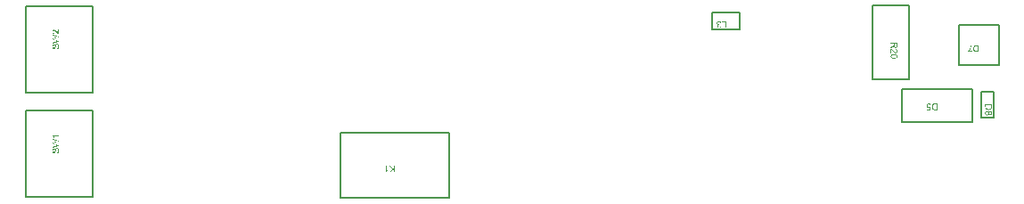
<source format=gbr>
%TF.GenerationSoftware,Altium Limited,Altium Designer,22.2.1 (43)*%
G04 Layer_Color=16711935*
%FSLAX26Y26*%
%MOIN*%
%TF.SameCoordinates,49CA406D-FE3E-4379-A0B2-47437619DC98*%
%TF.FilePolarity,Positive*%
%TF.FileFunction,Other,Top_Assembly*%
%TF.Part,Single*%
G01*
G75*
%TA.AperFunction,NonConductor*%
%ADD129C,0.007874*%
G36*
X3503359Y392372D02*
X3503628Y392334D01*
X3503974Y392295D01*
X3504358Y392257D01*
X3504780Y392180D01*
X3505663Y391950D01*
X3506585Y391604D01*
X3507046Y391374D01*
X3507506Y391105D01*
X3507967Y390836D01*
X3508390Y390491D01*
X3508428Y390452D01*
X3508466Y390414D01*
X3508581Y390299D01*
X3508735Y390145D01*
X3508889Y389953D01*
X3509081Y389723D01*
X3509273Y389454D01*
X3509503Y389147D01*
X3509925Y388417D01*
X3510348Y387534D01*
X3510655Y386535D01*
X3510770Y385959D01*
X3510847Y385383D01*
X3507583Y385153D01*
Y385191D01*
Y385268D01*
X3507545Y385383D01*
X3507506Y385537D01*
X3507391Y385959D01*
X3507238Y386497D01*
X3507046Y387073D01*
X3506738Y387649D01*
X3506393Y388225D01*
X3505932Y388724D01*
X3505855Y388763D01*
X3505702Y388916D01*
X3505433Y389070D01*
X3505049Y389300D01*
X3504588Y389492D01*
X3504050Y389684D01*
X3503436Y389838D01*
X3502783Y389876D01*
X3502553D01*
X3502399Y389838D01*
X3501977Y389799D01*
X3501439Y389684D01*
X3500863Y389454D01*
X3500210Y389185D01*
X3499596Y388763D01*
X3499289Y388532D01*
X3498981Y388225D01*
Y388187D01*
X3498905Y388148D01*
X3498751Y387918D01*
X3498482Y387534D01*
X3498213Y387035D01*
X3497945Y386382D01*
X3497676Y385614D01*
X3497522Y384731D01*
X3497445Y383732D01*
Y383694D01*
Y383617D01*
Y383463D01*
X3497484Y383310D01*
Y383079D01*
X3497522Y382811D01*
X3497637Y382196D01*
X3497791Y381543D01*
X3498060Y380852D01*
X3498444Y380161D01*
X3498943Y379547D01*
X3499020Y379470D01*
X3499212Y379316D01*
X3499519Y379047D01*
X3499980Y378779D01*
X3500517Y378510D01*
X3501209Y378241D01*
X3501977Y378087D01*
X3502822Y378011D01*
X3503090D01*
X3503359Y378049D01*
X3503743Y378087D01*
X3504166Y378203D01*
X3504626Y378318D01*
X3505087Y378510D01*
X3505548Y378740D01*
X3505586Y378779D01*
X3505740Y378855D01*
X3505970Y379009D01*
X3506239Y379201D01*
X3506508Y379470D01*
X3506815Y379777D01*
X3507122Y380123D01*
X3507391Y380507D01*
X3510309Y380084D01*
X3507852Y367143D01*
X3495334D01*
Y370100D01*
X3505394D01*
X3506777Y376897D01*
X3506738Y376859D01*
X3506662Y376820D01*
X3506546Y376743D01*
X3506393Y376628D01*
X3506162Y376513D01*
X3505932Y376398D01*
X3505318Y376091D01*
X3504626Y375783D01*
X3503820Y375553D01*
X3502937Y375361D01*
X3502015Y375284D01*
X3501708D01*
X3501477Y375323D01*
X3501170Y375361D01*
X3500863Y375399D01*
X3500479Y375476D01*
X3500095Y375553D01*
X3499212Y375860D01*
X3498751Y376014D01*
X3498290Y376244D01*
X3497791Y376513D01*
X3497330Y376820D01*
X3496869Y377166D01*
X3496447Y377588D01*
X3496409Y377627D01*
X3496332Y377703D01*
X3496217Y377819D01*
X3496102Y378011D01*
X3495910Y378241D01*
X3495718Y378510D01*
X3495526Y378817D01*
X3495295Y379163D01*
X3495065Y379585D01*
X3494873Y380007D01*
X3494681Y380507D01*
X3494489Y381006D01*
X3494374Y381582D01*
X3494258Y382158D01*
X3494182Y382811D01*
X3494143Y383463D01*
Y383502D01*
Y383617D01*
Y383809D01*
X3494182Y384039D01*
X3494220Y384347D01*
X3494258Y384692D01*
X3494297Y385076D01*
X3494374Y385499D01*
X3494642Y386420D01*
X3494988Y387380D01*
X3495218Y387918D01*
X3495487Y388417D01*
X3495794Y388916D01*
X3496140Y389377D01*
X3496178Y389415D01*
X3496255Y389492D01*
X3496409Y389646D01*
X3496601Y389838D01*
X3496831Y390068D01*
X3497138Y390337D01*
X3497484Y390606D01*
X3497906Y390875D01*
X3498329Y391182D01*
X3498828Y391451D01*
X3499404Y391719D01*
X3499980Y391950D01*
X3500633Y392142D01*
X3501285Y392295D01*
X3502015Y392372D01*
X3502783Y392411D01*
X3503129D01*
X3503359Y392372D01*
D02*
G37*
G36*
X3535001Y366759D02*
X3525324D01*
X3524671Y366798D01*
X3523980Y366836D01*
X3523212Y366913D01*
X3522482Y367028D01*
X3521868Y367143D01*
X3521829D01*
X3521753Y367182D01*
X3521676D01*
X3521522Y367259D01*
X3521100Y367374D01*
X3520601Y367566D01*
X3520025Y367796D01*
X3519410Y368103D01*
X3518796Y368487D01*
X3518182Y368948D01*
X3518143D01*
X3518105Y369025D01*
X3517836Y369255D01*
X3517490Y369639D01*
X3517068Y370139D01*
X3516569Y370753D01*
X3516070Y371483D01*
X3515609Y372327D01*
X3515186Y373287D01*
Y373326D01*
X3515148Y373403D01*
X3515110Y373556D01*
X3515033Y373748D01*
X3514956Y373979D01*
X3514879Y374286D01*
X3514764Y374631D01*
X3514687Y375015D01*
X3514610Y375438D01*
X3514495Y375899D01*
X3514341Y376897D01*
X3514226Y378011D01*
X3514188Y379239D01*
Y379278D01*
Y379355D01*
Y379508D01*
Y379739D01*
X3514226Y379969D01*
Y380276D01*
X3514265Y380967D01*
X3514341Y381735D01*
X3514495Y382619D01*
X3514649Y383502D01*
X3514879Y384347D01*
Y384385D01*
X3514918Y384462D01*
X3514956Y384577D01*
X3514994Y384731D01*
X3515148Y385115D01*
X3515340Y385652D01*
X3515570Y386228D01*
X3515878Y386843D01*
X3516223Y387457D01*
X3516607Y388033D01*
X3516646Y388110D01*
X3516799Y388263D01*
X3516991Y388532D01*
X3517298Y388878D01*
X3517606Y389223D01*
X3518028Y389607D01*
X3518450Y389991D01*
X3518911Y390337D01*
X3518950Y390375D01*
X3519142Y390452D01*
X3519410Y390606D01*
X3519756Y390798D01*
X3520178Y390990D01*
X3520677Y391182D01*
X3521253Y391374D01*
X3521906Y391566D01*
X3521983D01*
X3522213Y391643D01*
X3522559Y391681D01*
X3523058Y391758D01*
X3523634Y391835D01*
X3524325Y391911D01*
X3525093Y391950D01*
X3525938Y391988D01*
X3535001D01*
Y366759D01*
D02*
G37*
G36*
X3385651Y608289D02*
X3385612Y607982D01*
Y607675D01*
X3385574Y606907D01*
X3385497Y606100D01*
X3385344Y605255D01*
X3385190Y604449D01*
X3385075Y604065D01*
X3384960Y603719D01*
Y603681D01*
X3384921Y603643D01*
X3384844Y603412D01*
X3384652Y603105D01*
X3384384Y602721D01*
X3384076Y602260D01*
X3383654Y601799D01*
X3383155Y601339D01*
X3382540Y600916D01*
X3382464Y600878D01*
X3382233Y600763D01*
X3381888Y600571D01*
X3381427Y600379D01*
X3380851Y600187D01*
X3380198Y599995D01*
X3379507Y599879D01*
X3378739Y599841D01*
X3378700D01*
X3378624D01*
X3378470D01*
X3378278Y599879D01*
X3378048D01*
X3377779Y599918D01*
X3377164Y600071D01*
X3376435Y600263D01*
X3375705Y600571D01*
X3374937Y601031D01*
X3374553Y601300D01*
X3374208Y601607D01*
X3374131Y601684D01*
X3374054Y601799D01*
X3373900Y601915D01*
X3373785Y602107D01*
X3373593Y602337D01*
X3373440Y602606D01*
X3373248Y602913D01*
X3373056Y603259D01*
X3372864Y603681D01*
X3372672Y604103D01*
X3372480Y604603D01*
X3372288Y605102D01*
X3372134Y605678D01*
X3372019Y606292D01*
X3371904Y606945D01*
X3371865Y606868D01*
X3371788Y606715D01*
X3371673Y606484D01*
X3371520Y606215D01*
X3371097Y605563D01*
X3370867Y605217D01*
X3370636Y604948D01*
X3370560Y604871D01*
X3370406Y604679D01*
X3370099Y604411D01*
X3369715Y604065D01*
X3369216Y603643D01*
X3368640Y603182D01*
X3367987Y602683D01*
X3367257Y602183D01*
X3360422Y597806D01*
Y601991D01*
X3365644Y605332D01*
X3365683D01*
X3365760Y605409D01*
X3365875Y605486D01*
X3366028Y605563D01*
X3366412Y605831D01*
X3366912Y606177D01*
X3367488Y606561D01*
X3368064Y606983D01*
X3368601Y607367D01*
X3369100Y607751D01*
X3369139Y607790D01*
X3369292Y607905D01*
X3369523Y608097D01*
X3369792Y608289D01*
X3370329Y608865D01*
X3370598Y609134D01*
X3370790Y609441D01*
X3370828Y609479D01*
X3370867Y609556D01*
X3370944Y609710D01*
X3371059Y609902D01*
X3371289Y610363D01*
X3371481Y610939D01*
Y610977D01*
X3371520Y611054D01*
Y611207D01*
X3371558Y611399D01*
X3371596Y611668D01*
Y611975D01*
X3371635Y612359D01*
Y616660D01*
X3360422D01*
Y620001D01*
X3385651D01*
Y608289D01*
D02*
G37*
G36*
X3361113Y596270D02*
X3361420Y596231D01*
X3361766Y596193D01*
X3362150Y596078D01*
X3362534Y595963D01*
X3362572D01*
X3362611Y595924D01*
X3362841Y595847D01*
X3363148Y595694D01*
X3363609Y595463D01*
X3364108Y595195D01*
X3364684Y594811D01*
X3365260Y594427D01*
X3365875Y593927D01*
X3365913D01*
X3365952Y593851D01*
X3366182Y593659D01*
X3366528Y593351D01*
X3366988Y592891D01*
X3367526Y592315D01*
X3368179Y591623D01*
X3368908Y590779D01*
X3369715Y589857D01*
X3369753Y589819D01*
X3369868Y589665D01*
X3370022Y589473D01*
X3370291Y589204D01*
X3370560Y588859D01*
X3370905Y588475D01*
X3371635Y587630D01*
X3372518Y586708D01*
X3373401Y585787D01*
X3373824Y585326D01*
X3374246Y584942D01*
X3374668Y584596D01*
X3375052Y584289D01*
X3375091D01*
X3375129Y584212D01*
X3375244Y584135D01*
X3375398Y584059D01*
X3375782Y583828D01*
X3376281Y583559D01*
X3376857Y583291D01*
X3377472Y583060D01*
X3378163Y582907D01*
X3378816Y582830D01*
X3378854D01*
X3378892D01*
X3379123Y582868D01*
X3379468Y582907D01*
X3379891Y582983D01*
X3380390Y583175D01*
X3380889Y583406D01*
X3381427Y583713D01*
X3381926Y584174D01*
X3381964Y584251D01*
X3382118Y584404D01*
X3382310Y584711D01*
X3382579Y585095D01*
X3382809Y585595D01*
X3383001Y586171D01*
X3383155Y586862D01*
X3383193Y587630D01*
Y587860D01*
X3383155Y588014D01*
X3383116Y588398D01*
X3383040Y588897D01*
X3382848Y589473D01*
X3382617Y590087D01*
X3382272Y590663D01*
X3381811Y591201D01*
X3381734Y591239D01*
X3381580Y591393D01*
X3381273Y591623D01*
X3380851Y591854D01*
X3380313Y592123D01*
X3379699Y592315D01*
X3378969Y592468D01*
X3378124Y592545D01*
X3378470Y595732D01*
X3378508D01*
X3378624D01*
X3378816Y595694D01*
X3379046Y595655D01*
X3379353Y595579D01*
X3379699Y595540D01*
X3380467Y595310D01*
X3381350Y595003D01*
X3382233Y594580D01*
X3383116Y594004D01*
X3383500Y593697D01*
X3383884Y593313D01*
X3383923Y593275D01*
X3383961Y593198D01*
X3384076Y593083D01*
X3384192Y592929D01*
X3384307Y592699D01*
X3384499Y592430D01*
X3384652Y592123D01*
X3384844Y591777D01*
X3384998Y591393D01*
X3385190Y590971D01*
X3385344Y590471D01*
X3385459Y589972D01*
X3385689Y588820D01*
X3385728Y588206D01*
X3385766Y587553D01*
Y587207D01*
X3385728Y586939D01*
X3385689Y586631D01*
X3385651Y586286D01*
X3385612Y585902D01*
X3385497Y585479D01*
X3385267Y584558D01*
X3384921Y583598D01*
X3384691Y583099D01*
X3384422Y582638D01*
X3384076Y582215D01*
X3383731Y581793D01*
X3383692Y581755D01*
X3383654Y581716D01*
X3383539Y581601D01*
X3383385Y581447D01*
X3383155Y581294D01*
X3382924Y581102D01*
X3382348Y580718D01*
X3381619Y580334D01*
X3380774Y579988D01*
X3379814Y579719D01*
X3379276Y579681D01*
X3378739Y579643D01*
X3378662D01*
X3378470D01*
X3378163Y579681D01*
X3377779Y579719D01*
X3377318Y579796D01*
X3376819Y579911D01*
X3376281Y580065D01*
X3375744Y580295D01*
X3375667Y580334D01*
X3375475Y580411D01*
X3375206Y580564D01*
X3374822Y580795D01*
X3374361Y581063D01*
X3373824Y581409D01*
X3373286Y581870D01*
X3372672Y582369D01*
X3372595Y582446D01*
X3372364Y582638D01*
X3372019Y582983D01*
X3371788Y583214D01*
X3371520Y583483D01*
X3371212Y583790D01*
X3370867Y584174D01*
X3370521Y584558D01*
X3370099Y584980D01*
X3369676Y585441D01*
X3369216Y585979D01*
X3368755Y586516D01*
X3368217Y587131D01*
X3368179Y587169D01*
X3368102Y587246D01*
X3367987Y587399D01*
X3367833Y587591D01*
X3367449Y588052D01*
X3366950Y588628D01*
X3366412Y589204D01*
X3365875Y589819D01*
X3365414Y590318D01*
X3365222Y590510D01*
X3365030Y590702D01*
X3364992Y590740D01*
X3364876Y590817D01*
X3364723Y590971D01*
X3364492Y591163D01*
X3363993Y591585D01*
X3363379Y592007D01*
Y579604D01*
X3360422D01*
Y596308D01*
X3360460D01*
X3360614D01*
X3360844D01*
X3361113Y596270D01*
D02*
G37*
G36*
X3373977Y576263D02*
X3374400D01*
X3374899Y576225D01*
X3375436Y576187D01*
X3376588Y576071D01*
X3377779Y575918D01*
X3378969Y575726D01*
X3379507Y575572D01*
X3380044Y575419D01*
X3380083D01*
X3380160Y575380D01*
X3380313Y575303D01*
X3380505Y575227D01*
X3380736Y575150D01*
X3381004Y575035D01*
X3381619Y574727D01*
X3382310Y574343D01*
X3383001Y573883D01*
X3383654Y573345D01*
X3384268Y572692D01*
Y572654D01*
X3384345Y572615D01*
X3384422Y572500D01*
X3384499Y572347D01*
X3384729Y571963D01*
X3385036Y571425D01*
X3385305Y570772D01*
X3385536Y569966D01*
X3385689Y569083D01*
X3385766Y568084D01*
Y567739D01*
X3385728Y567355D01*
X3385651Y566894D01*
X3385574Y566356D01*
X3385420Y565742D01*
X3385190Y565127D01*
X3384921Y564551D01*
X3384883Y564475D01*
X3384768Y564283D01*
X3384576Y564014D01*
X3384345Y563630D01*
X3384000Y563246D01*
X3383577Y562823D01*
X3383116Y562401D01*
X3382579Y562017D01*
X3382502Y561979D01*
X3382310Y561863D01*
X3381964Y561671D01*
X3381542Y561441D01*
X3381004Y561211D01*
X3380352Y560942D01*
X3379622Y560673D01*
X3378816Y560443D01*
X3378777D01*
X3378700Y560404D01*
X3378585D01*
X3378393Y560366D01*
X3378201Y560289D01*
X3377932Y560251D01*
X3377587Y560212D01*
X3377241Y560135D01*
X3376819Y560097D01*
X3376396Y560059D01*
X3375897Y559982D01*
X3375360Y559943D01*
X3374784Y559905D01*
X3374208D01*
X3372864Y559867D01*
X3372825D01*
X3372672D01*
X3372441D01*
X3372134D01*
X3371750Y559905D01*
X3371328D01*
X3370828Y559943D01*
X3370291Y559982D01*
X3369139Y560097D01*
X3367948Y560251D01*
X3366758Y560481D01*
X3366220Y560635D01*
X3365683Y560788D01*
X3365644D01*
X3365568Y560827D01*
X3365414Y560865D01*
X3365222Y560942D01*
X3364992Y561057D01*
X3364761Y561172D01*
X3364147Y561479D01*
X3363456Y561863D01*
X3362764Y562324D01*
X3362073Y562862D01*
X3361459Y563515D01*
Y563553D01*
X3361382Y563591D01*
X3361344Y563707D01*
X3361228Y563822D01*
X3360998Y564244D01*
X3360729Y564743D01*
X3360460Y565435D01*
X3360230Y566203D01*
X3360076Y567086D01*
X3360000Y568084D01*
Y568430D01*
X3360038Y568699D01*
X3360076Y569006D01*
X3360153Y569351D01*
X3360230Y569735D01*
X3360307Y570158D01*
X3360614Y571079D01*
X3360844Y571579D01*
X3361075Y572039D01*
X3361382Y572539D01*
X3361728Y572999D01*
X3362112Y573422D01*
X3362572Y573844D01*
X3362611Y573883D01*
X3362726Y573959D01*
X3362918Y574075D01*
X3363187Y574228D01*
X3363532Y574420D01*
X3363955Y574612D01*
X3364454Y574843D01*
X3365068Y575073D01*
X3365721Y575303D01*
X3366489Y575534D01*
X3367334Y575726D01*
X3368256Y575918D01*
X3369292Y576071D01*
X3370368Y576187D01*
X3371596Y576263D01*
X3372864Y576302D01*
X3372902D01*
X3373056D01*
X3373286D01*
X3373593D01*
X3373977Y576263D01*
D02*
G37*
G36*
X3662122Y609962D02*
Y609847D01*
Y609693D01*
X3662083Y609463D01*
Y609194D01*
X3662045Y608848D01*
X3662006Y608426D01*
X3661968Y608004D01*
X3661891Y607504D01*
X3661814Y606928D01*
X3661738Y606352D01*
X3661622Y605738D01*
X3661507Y605047D01*
X3661354Y604356D01*
X3660970Y602819D01*
Y602781D01*
X3660931Y602628D01*
X3660854Y602397D01*
X3660778Y602090D01*
X3660662Y601706D01*
X3660509Y601284D01*
X3660355Y600784D01*
X3660163Y600208D01*
X3659933Y599632D01*
X3659702Y598980D01*
X3659165Y597597D01*
X3658512Y596138D01*
X3657782Y594679D01*
X3657744Y594640D01*
X3657667Y594487D01*
X3657552Y594295D01*
X3657398Y594026D01*
X3657206Y593680D01*
X3656976Y593296D01*
X3656707Y592874D01*
X3656439Y592375D01*
X3655747Y591338D01*
X3654979Y590224D01*
X3654173Y589111D01*
X3653290Y588035D01*
X3665655D01*
Y585079D01*
X3649334D01*
Y587498D01*
X3649373Y587536D01*
X3649450Y587613D01*
X3649565Y587767D01*
X3649757Y587959D01*
X3649949Y588227D01*
X3650218Y588535D01*
X3650525Y588919D01*
X3650832Y589303D01*
X3651178Y589764D01*
X3651562Y590301D01*
X3651984Y590839D01*
X3652368Y591453D01*
X3652791Y592106D01*
X3653251Y592797D01*
X3653674Y593565D01*
X3654135Y594333D01*
X3654173Y594371D01*
X3654250Y594525D01*
X3654365Y594755D01*
X3654519Y595063D01*
X3654711Y595447D01*
X3654941Y595908D01*
X3655210Y596445D01*
X3655479Y597021D01*
X3655747Y597635D01*
X3656055Y598327D01*
X3656362Y599056D01*
X3656669Y599824D01*
X3657245Y601399D01*
X3657782Y603088D01*
Y603127D01*
X3657821Y603242D01*
X3657859Y603395D01*
X3657936Y603626D01*
X3658013Y603933D01*
X3658090Y604279D01*
X3658166Y604701D01*
X3658282Y605124D01*
X3658358Y605623D01*
X3658474Y606160D01*
X3658666Y607312D01*
X3658819Y608618D01*
X3658934Y610000D01*
X3662122D01*
Y609962D01*
D02*
G37*
G36*
X3690000Y584771D02*
X3680323D01*
X3679671Y584810D01*
X3678979Y584848D01*
X3678211Y584925D01*
X3677482Y585040D01*
X3676867Y585155D01*
X3676829D01*
X3676752Y585194D01*
X3676675D01*
X3676522Y585271D01*
X3676099Y585386D01*
X3675600Y585578D01*
X3675024Y585808D01*
X3674410Y586115D01*
X3673795Y586500D01*
X3673181Y586960D01*
X3673142D01*
X3673104Y587037D01*
X3672835Y587268D01*
X3672490Y587652D01*
X3672067Y588151D01*
X3671568Y588765D01*
X3671069Y589495D01*
X3670608Y590340D01*
X3670186Y591299D01*
Y591338D01*
X3670147Y591415D01*
X3670109Y591568D01*
X3670032Y591760D01*
X3669955Y591991D01*
X3669878Y592298D01*
X3669763Y592644D01*
X3669686Y593028D01*
X3669610Y593450D01*
X3669494Y593911D01*
X3669341Y594909D01*
X3669226Y596023D01*
X3669187Y597251D01*
Y597290D01*
Y597367D01*
Y597520D01*
Y597751D01*
X3669226Y597981D01*
Y598288D01*
X3669264Y598980D01*
X3669341Y599747D01*
X3669494Y600631D01*
X3669648Y601514D01*
X3669878Y602359D01*
Y602397D01*
X3669917Y602474D01*
X3669955Y602589D01*
X3669994Y602743D01*
X3670147Y603127D01*
X3670339Y603664D01*
X3670570Y604240D01*
X3670877Y604855D01*
X3671222Y605469D01*
X3671606Y606045D01*
X3671645Y606122D01*
X3671798Y606275D01*
X3671990Y606544D01*
X3672298Y606890D01*
X3672605Y607236D01*
X3673027Y607620D01*
X3673450Y608004D01*
X3673910Y608349D01*
X3673949Y608388D01*
X3674141Y608464D01*
X3674410Y608618D01*
X3674755Y608810D01*
X3675178Y609002D01*
X3675677Y609194D01*
X3676253Y609386D01*
X3676906Y609578D01*
X3676983D01*
X3677213Y609655D01*
X3677559Y609693D01*
X3678058Y609770D01*
X3678634Y609847D01*
X3679325Y609923D01*
X3680093Y609962D01*
X3680938Y610000D01*
X3690000D01*
Y584771D01*
D02*
G37*
G36*
X3739076Y378473D02*
X3739037Y377820D01*
X3738999Y377129D01*
X3738922Y376361D01*
X3738807Y375631D01*
X3738692Y375017D01*
Y374978D01*
X3738653Y374902D01*
Y374825D01*
X3738577Y374671D01*
X3738461Y374249D01*
X3738269Y373750D01*
X3738039Y373174D01*
X3737732Y372559D01*
X3737348Y371945D01*
X3736887Y371330D01*
Y371292D01*
X3736810Y371254D01*
X3736580Y370985D01*
X3736196Y370639D01*
X3735697Y370217D01*
X3735082Y369718D01*
X3734353Y369219D01*
X3733508Y368758D01*
X3732548Y368335D01*
X3732510D01*
X3732433Y368297D01*
X3732279Y368259D01*
X3732087Y368182D01*
X3731857Y368105D01*
X3731550Y368028D01*
X3731204Y367913D01*
X3730820Y367836D01*
X3730398Y367759D01*
X3729937Y367644D01*
X3728938Y367490D01*
X3727825Y367375D01*
X3726596Y367337D01*
X3726557D01*
X3726481D01*
X3726327D01*
X3726097D01*
X3725866Y367375D01*
X3725559D01*
X3724868Y367414D01*
X3724100Y367490D01*
X3723217Y367644D01*
X3722334Y367798D01*
X3721489Y368028D01*
X3721450D01*
X3721374Y368067D01*
X3721258Y368105D01*
X3721105Y368143D01*
X3720721Y368297D01*
X3720183Y368489D01*
X3719607Y368719D01*
X3718993Y369026D01*
X3718378Y369372D01*
X3717802Y369756D01*
X3717726Y369795D01*
X3717572Y369948D01*
X3717303Y370140D01*
X3716957Y370447D01*
X3716612Y370755D01*
X3716228Y371177D01*
X3715844Y371599D01*
X3715498Y372060D01*
X3715460Y372099D01*
X3715383Y372291D01*
X3715229Y372559D01*
X3715037Y372905D01*
X3714845Y373327D01*
X3714653Y373827D01*
X3714461Y374402D01*
X3714269Y375055D01*
Y375132D01*
X3714193Y375363D01*
X3714154Y375708D01*
X3714077Y376207D01*
X3714001Y376783D01*
X3713924Y377474D01*
X3713885Y378243D01*
X3713847Y379087D01*
Y388150D01*
X3739076D01*
Y378473D01*
D02*
G37*
G36*
X3721566Y363996D02*
X3721758D01*
X3722026Y363958D01*
X3722564Y363881D01*
X3723217Y363727D01*
X3723908Y363497D01*
X3724599Y363228D01*
X3725252Y362806D01*
X3725290D01*
X3725329Y362729D01*
X3725521Y362575D01*
X3725828Y362268D01*
X3726173Y361884D01*
X3726557Y361385D01*
X3726941Y360771D01*
X3727287Y360041D01*
X3727556Y359235D01*
Y359273D01*
X3727594Y359311D01*
X3727671Y359542D01*
X3727863Y359887D01*
X3728055Y360310D01*
X3728362Y360809D01*
X3728708Y361270D01*
X3729092Y361731D01*
X3729553Y362115D01*
X3729630Y362153D01*
X3729783Y362268D01*
X3730052Y362422D01*
X3730436Y362575D01*
X3730897Y362729D01*
X3731434Y362882D01*
X3732010Y362998D01*
X3732663Y363036D01*
X3732702D01*
X3732778D01*
X3732932D01*
X3733124Y362998D01*
X3733354Y362959D01*
X3733623Y362921D01*
X3734276Y362806D01*
X3735006Y362575D01*
X3735773Y362191D01*
X3736196Y361999D01*
X3736580Y361731D01*
X3736964Y361423D01*
X3737309Y361078D01*
X3737348Y361039D01*
X3737386Y361001D01*
X3737501Y360886D01*
X3737617Y360732D01*
X3737732Y360502D01*
X3737924Y360271D01*
X3738077Y360002D01*
X3738269Y359657D01*
X3738615Y358927D01*
X3738884Y358006D01*
X3739114Y356969D01*
X3739153Y356431D01*
X3739191Y355817D01*
Y355510D01*
X3739153Y355279D01*
Y354972D01*
X3739076Y354665D01*
X3738961Y353897D01*
X3738730Y353052D01*
X3738385Y352169D01*
X3738154Y351708D01*
X3737924Y351286D01*
X3737617Y350863D01*
X3737271Y350479D01*
X3737233Y350441D01*
X3737194Y350402D01*
X3737079Y350287D01*
X3736925Y350172D01*
X3736733Y350019D01*
X3736503Y349827D01*
X3735965Y349442D01*
X3735274Y349097D01*
X3734468Y348751D01*
X3733585Y348521D01*
X3733086Y348483D01*
X3732586Y348444D01*
X3732510D01*
X3732279D01*
X3731972Y348483D01*
X3731550Y348559D01*
X3731050Y348675D01*
X3730551Y348828D01*
X3730014Y349058D01*
X3729514Y349366D01*
X3729476Y349404D01*
X3729322Y349519D01*
X3729092Y349750D01*
X3728785Y350057D01*
X3728477Y350441D01*
X3728170Y350940D01*
X3727825Y351516D01*
X3727556Y352169D01*
Y352130D01*
X3727517Y352054D01*
X3727479Y351938D01*
X3727402Y351785D01*
X3727210Y351363D01*
X3726980Y350863D01*
X3726634Y350287D01*
X3726212Y349711D01*
X3725674Y349135D01*
X3725098Y348636D01*
X3725021Y348598D01*
X3724791Y348444D01*
X3724445Y348252D01*
X3723946Y348022D01*
X3723370Y347791D01*
X3722679Y347599D01*
X3721911Y347446D01*
X3721066Y347407D01*
X3721028D01*
X3720913D01*
X3720759D01*
X3720529Y347446D01*
X3720260Y347484D01*
X3719914Y347522D01*
X3719146Y347676D01*
X3718302Y347983D01*
X3717841Y348137D01*
X3717380Y348367D01*
X3716919Y348636D01*
X3716458Y348943D01*
X3716036Y349289D01*
X3715613Y349711D01*
X3715575Y349750D01*
X3715537Y349827D01*
X3715421Y349942D01*
X3715268Y350134D01*
X3715114Y350364D01*
X3714922Y350633D01*
X3714730Y350940D01*
X3714538Y351324D01*
X3714308Y351747D01*
X3714116Y352207D01*
X3713924Y352707D01*
X3713770Y353244D01*
X3713617Y353782D01*
X3713501Y354396D01*
X3713463Y355049D01*
X3713425Y355740D01*
Y356086D01*
X3713463Y356354D01*
X3713501Y356662D01*
X3713540Y357046D01*
X3713617Y357430D01*
X3713693Y357890D01*
X3713962Y358851D01*
X3714154Y359350D01*
X3714346Y359849D01*
X3714615Y360348D01*
X3714884Y360847D01*
X3715229Y361308D01*
X3715613Y361769D01*
X3715652Y361807D01*
X3715729Y361884D01*
X3715844Y361961D01*
X3715997Y362115D01*
X3716228Y362307D01*
X3716497Y362498D01*
X3716804Y362690D01*
X3717149Y362882D01*
X3717534Y363113D01*
X3717956Y363305D01*
X3718878Y363689D01*
X3719415Y363842D01*
X3719953Y363919D01*
X3720529Y363996D01*
X3721143Y364034D01*
X3721182D01*
X3721258D01*
X3721374D01*
X3721566Y363996D01*
D02*
G37*
G36*
X2718924Y699860D02*
X2719231Y699821D01*
X2719538Y699783D01*
X2719922Y699744D01*
X2720306Y699668D01*
X2721189Y699437D01*
X2722111Y699053D01*
X2722572Y698861D01*
X2722994Y698592D01*
X2723455Y698285D01*
X2723877Y697939D01*
X2723916Y697901D01*
X2723954Y697863D01*
X2724069Y697747D01*
X2724223Y697594D01*
X2724377Y697364D01*
X2724569Y697133D01*
X2724799Y696864D01*
X2724991Y696557D01*
X2725452Y695789D01*
X2725836Y694906D01*
X2726181Y693908D01*
X2726297Y693370D01*
X2726373Y692794D01*
X2723263Y692371D01*
Y692410D01*
X2723225Y692487D01*
Y692640D01*
X2723148Y692794D01*
X2723033Y693255D01*
X2722841Y693831D01*
X2722610Y694445D01*
X2722303Y695098D01*
X2721919Y695674D01*
X2721497Y696173D01*
X2721420Y696212D01*
X2721266Y696365D01*
X2720997Y696519D01*
X2720613Y696749D01*
X2720191Y696941D01*
X2719653Y697133D01*
X2719039Y697287D01*
X2718386Y697325D01*
X2718156D01*
X2718002Y697287D01*
X2717618Y697248D01*
X2717119Y697133D01*
X2716505Y696941D01*
X2715890Y696711D01*
X2715276Y696327D01*
X2714700Y695827D01*
X2714623Y695751D01*
X2714469Y695559D01*
X2714239Y695251D01*
X2713932Y694791D01*
X2713663Y694253D01*
X2713433Y693600D01*
X2713279Y692871D01*
X2713202Y692064D01*
Y692026D01*
Y691987D01*
Y691872D01*
X2713241Y691719D01*
X2713279Y691335D01*
X2713394Y690836D01*
X2713548Y690298D01*
X2713817Y689683D01*
X2714162Y689107D01*
X2714623Y688570D01*
X2714700Y688493D01*
X2714853Y688340D01*
X2715161Y688148D01*
X2715583Y687879D01*
X2716082Y687610D01*
X2716697Y687418D01*
X2717349Y687264D01*
X2718117Y687188D01*
X2718463D01*
X2718732Y687226D01*
X2719039Y687264D01*
X2719423Y687303D01*
X2719845Y687380D01*
X2720306Y687495D01*
X2719961Y684768D01*
X2719769D01*
X2719615Y684807D01*
X2719116D01*
X2718770Y684768D01*
X2718271Y684692D01*
X2717733Y684576D01*
X2717157Y684384D01*
X2716543Y684154D01*
X2715929Y683808D01*
X2715852Y683770D01*
X2715660Y683616D01*
X2715429Y683347D01*
X2715122Y683002D01*
X2714815Y682580D01*
X2714585Y682042D01*
X2714393Y681389D01*
X2714316Y680621D01*
Y680583D01*
Y680544D01*
Y680352D01*
X2714393Y680045D01*
X2714469Y679623D01*
X2714585Y679200D01*
X2714815Y678740D01*
X2715084Y678240D01*
X2715468Y677818D01*
X2715506Y677779D01*
X2715660Y677626D01*
X2715929Y677434D01*
X2716274Y677242D01*
X2716697Y677011D01*
X2717196Y676858D01*
X2717772Y676704D01*
X2718425Y676666D01*
X2718732D01*
X2719077Y676743D01*
X2719461Y676819D01*
X2719961Y676935D01*
X2720460Y677165D01*
X2720959Y677434D01*
X2721458Y677818D01*
X2721497Y677856D01*
X2721650Y678010D01*
X2721842Y678279D01*
X2722073Y678663D01*
X2722341Y679124D01*
X2722572Y679699D01*
X2722802Y680391D01*
X2722956Y681197D01*
X2726066Y680659D01*
Y680621D01*
X2726028Y680506D01*
X2725989Y680352D01*
X2725951Y680160D01*
X2725874Y679891D01*
X2725797Y679584D01*
X2725529Y678893D01*
X2725221Y678125D01*
X2724761Y677319D01*
X2724223Y676551D01*
X2723532Y675860D01*
X2723493Y675821D01*
X2723455Y675783D01*
X2723340Y675706D01*
X2723148Y675591D01*
X2722956Y675476D01*
X2722725Y675322D01*
X2722149Y674976D01*
X2721420Y674669D01*
X2720537Y674400D01*
X2719577Y674208D01*
X2719039Y674131D01*
X2718156D01*
X2717772Y674170D01*
X2717273Y674247D01*
X2716697Y674362D01*
X2716044Y674515D01*
X2715391Y674746D01*
X2714738Y675053D01*
X2714700D01*
X2714661Y675091D01*
X2714431Y675207D01*
X2714124Y675399D01*
X2713740Y675668D01*
X2713317Y676013D01*
X2712857Y676436D01*
X2712434Y676935D01*
X2712050Y677472D01*
X2712012Y677549D01*
X2711897Y677741D01*
X2711743Y678048D01*
X2711589Y678432D01*
X2711436Y678932D01*
X2711282Y679469D01*
X2711167Y680045D01*
X2711129Y680698D01*
Y680775D01*
Y680967D01*
X2711167Y681274D01*
X2711244Y681658D01*
X2711359Y682119D01*
X2711513Y682618D01*
X2711705Y683155D01*
X2712012Y683655D01*
X2712050Y683731D01*
X2712165Y683885D01*
X2712396Y684115D01*
X2712665Y684423D01*
X2713049Y684768D01*
X2713471Y685114D01*
X2714009Y685498D01*
X2714623Y685805D01*
X2714585D01*
X2714508Y685843D01*
X2714393D01*
X2714239Y685920D01*
X2713855Y686035D01*
X2713356Y686266D01*
X2712818Y686535D01*
X2712242Y686919D01*
X2711666Y687380D01*
X2711167Y687956D01*
X2711129Y688032D01*
X2710975Y688263D01*
X2710783Y688608D01*
X2710514Y689069D01*
X2710284Y689645D01*
X2710092Y690336D01*
X2709938Y691143D01*
X2709900Y692026D01*
Y692064D01*
Y692179D01*
Y692333D01*
X2709938Y692563D01*
X2709977Y692871D01*
X2710015Y693178D01*
X2710092Y693562D01*
X2710207Y693946D01*
X2710476Y694829D01*
X2710668Y695328D01*
X2710937Y695789D01*
X2711205Y696250D01*
X2711513Y696711D01*
X2711897Y697172D01*
X2712319Y697632D01*
X2712357Y697671D01*
X2712434Y697747D01*
X2712549Y697824D01*
X2712741Y697978D01*
X2712972Y698170D01*
X2713279Y698362D01*
X2713625Y698554D01*
X2713970Y698746D01*
X2714393Y698976D01*
X2714853Y699168D01*
X2715353Y699360D01*
X2715890Y699552D01*
X2716466Y699706D01*
X2717081Y699783D01*
X2717733Y699860D01*
X2718386Y699898D01*
X2718693D01*
X2718924Y699860D01*
D02*
G37*
G36*
X2744882Y674247D02*
X2741541D01*
Y696519D01*
X2729138D01*
Y699476D01*
X2744882D01*
Y674247D01*
D02*
G37*
G36*
X1505001Y134772D02*
X1501660D01*
Y147252D01*
X1489141Y134772D01*
X1484610D01*
X1495209Y145024D01*
X1484149Y160000D01*
X1488565D01*
X1497551Y147290D01*
X1501660Y151245D01*
Y160000D01*
X1505001D01*
Y134772D01*
D02*
G37*
G36*
X1474050Y140263D02*
X1474089Y140301D01*
X1474242Y140455D01*
X1474511Y140647D01*
X1474857Y140916D01*
X1475279Y141261D01*
X1475778Y141607D01*
X1476354Y142029D01*
X1477007Y142413D01*
X1477045D01*
X1477084Y142452D01*
X1477314Y142605D01*
X1477660Y142797D01*
X1478082Y143028D01*
X1478581Y143296D01*
X1479119Y143527D01*
X1479695Y143796D01*
X1480233Y144026D01*
Y140992D01*
X1480194D01*
X1480117Y140954D01*
X1479964Y140877D01*
X1479810Y140762D01*
X1479580Y140647D01*
X1479311Y140532D01*
X1478697Y140186D01*
X1478005Y139764D01*
X1477237Y139264D01*
X1476469Y138688D01*
X1475740Y138074D01*
X1475701Y138036D01*
X1475663Y137997D01*
X1475433Y137767D01*
X1475087Y137421D01*
X1474665Y136999D01*
X1474204Y136461D01*
X1473743Y135885D01*
X1473321Y135271D01*
X1472975Y134656D01*
X1470940D01*
Y160000D01*
X1474050D01*
Y140263D01*
D02*
G37*
G36*
X249578Y651179D02*
X249540D01*
X249386D01*
X249155D01*
X248887Y651217D01*
X248579Y651255D01*
X248234Y651294D01*
X247850Y651409D01*
X247466Y651524D01*
X247428D01*
X247389Y651563D01*
X247159Y651639D01*
X246851Y651793D01*
X246391Y652024D01*
X245892Y652292D01*
X245315Y652676D01*
X244739Y653060D01*
X244125Y653559D01*
X244087D01*
X244048Y653636D01*
X243818Y653828D01*
X243472Y654135D01*
X243012Y654596D01*
X242474Y655172D01*
X241821Y655864D01*
X241091Y656708D01*
X240285Y657630D01*
X240247Y657668D01*
X240131Y657822D01*
X239978Y658014D01*
X239709Y658283D01*
X239440Y658628D01*
X239095Y659012D01*
X238365Y659857D01*
X237482Y660779D01*
X236599Y661700D01*
X236176Y662161D01*
X235754Y662545D01*
X235332Y662891D01*
X234947Y663198D01*
X234909D01*
X234871Y663275D01*
X234756Y663351D01*
X234602Y663428D01*
X234218Y663659D01*
X233719Y663928D01*
X233143Y664196D01*
X232528Y664427D01*
X231837Y664580D01*
X231184Y664657D01*
X231146D01*
X231107D01*
X230877Y664619D01*
X230531Y664580D01*
X230109Y664504D01*
X229610Y664312D01*
X229111Y664081D01*
X228573Y663774D01*
X228074Y663313D01*
X228036Y663236D01*
X227882Y663083D01*
X227690Y662775D01*
X227421Y662391D01*
X227191Y661892D01*
X226999Y661316D01*
X226845Y660625D01*
X226807Y659857D01*
Y659627D01*
X226845Y659473D01*
X226883Y659089D01*
X226960Y658590D01*
X227152Y658014D01*
X227383Y657399D01*
X227728Y656823D01*
X228189Y656286D01*
X228266Y656247D01*
X228419Y656094D01*
X228727Y655864D01*
X229149Y655633D01*
X229687Y655364D01*
X230301Y655172D01*
X231031Y655019D01*
X231875Y654942D01*
X231530Y651755D01*
X231492D01*
X231376D01*
X231184Y651793D01*
X230954Y651832D01*
X230647Y651908D01*
X230301Y651947D01*
X229533Y652177D01*
X228650Y652484D01*
X227767Y652907D01*
X226883Y653483D01*
X226500Y653790D01*
X226115Y654174D01*
X226077Y654212D01*
X226039Y654289D01*
X225923Y654404D01*
X225808Y654558D01*
X225693Y654788D01*
X225501Y655057D01*
X225347Y655364D01*
X225155Y655710D01*
X225002Y656094D01*
X224810Y656516D01*
X224656Y657015D01*
X224541Y657515D01*
X224311Y658667D01*
X224272Y659281D01*
X224234Y659934D01*
Y660279D01*
X224272Y660548D01*
X224311Y660856D01*
X224349Y661201D01*
X224387Y661585D01*
X224503Y662008D01*
X224733Y662929D01*
X225079Y663889D01*
X225309Y664388D01*
X225578Y664849D01*
X225923Y665271D01*
X226269Y665694D01*
X226308Y665732D01*
X226346Y665771D01*
X226461Y665886D01*
X226615Y666039D01*
X226845Y666193D01*
X227076Y666385D01*
X227651Y666769D01*
X228381Y667153D01*
X229226Y667499D01*
X230186Y667768D01*
X230724Y667806D01*
X231261Y667844D01*
X231338D01*
X231530D01*
X231837Y667806D01*
X232221Y667768D01*
X232682Y667691D01*
X233181Y667576D01*
X233719Y667422D01*
X234256Y667192D01*
X234333Y667153D01*
X234525Y667076D01*
X234794Y666923D01*
X235178Y666692D01*
X235639Y666423D01*
X236176Y666078D01*
X236714Y665617D01*
X237328Y665118D01*
X237405Y665041D01*
X237636Y664849D01*
X237981Y664504D01*
X238212Y664273D01*
X238480Y664004D01*
X238787Y663697D01*
X239133Y663313D01*
X239479Y662929D01*
X239901Y662507D01*
X240323Y662046D01*
X240784Y661508D01*
X241245Y660971D01*
X241783Y660356D01*
X241821Y660318D01*
X241898Y660241D01*
X242013Y660087D01*
X242167Y659895D01*
X242551Y659435D01*
X243050Y658859D01*
X243588Y658283D01*
X244125Y657668D01*
X244586Y657169D01*
X244778Y656977D01*
X244970Y656785D01*
X245008Y656747D01*
X245124Y656670D01*
X245277Y656516D01*
X245507Y656324D01*
X246007Y655902D01*
X246621Y655480D01*
Y667883D01*
X249578D01*
Y651179D01*
D02*
G37*
G36*
Y642846D02*
Y639582D01*
X230378Y634283D01*
X230339D01*
X230263Y634244D01*
X230148Y634206D01*
X229994Y634168D01*
X229571Y634052D01*
X229111Y633937D01*
X228573Y633784D01*
X228112Y633668D01*
X227690Y633553D01*
X227536Y633515D01*
X227421Y633476D01*
X227498D01*
X227690Y633399D01*
X228036Y633323D01*
X228419Y633207D01*
X228919Y633092D01*
X229380Y632977D01*
X229879Y632823D01*
X230378Y632708D01*
X249578Y627409D01*
Y623915D01*
X224349Y617310D01*
Y620727D01*
X240938Y624529D01*
X240976D01*
X241053Y624567D01*
X241207Y624606D01*
X241360Y624644D01*
X241629Y624683D01*
X241898Y624760D01*
X242551Y624913D01*
X243319Y625067D01*
X244202Y625259D01*
X245124Y625412D01*
X246083Y625604D01*
X246045D01*
X245892Y625643D01*
X245700Y625681D01*
X245431Y625758D01*
X245124Y625835D01*
X244778Y625912D01*
X243971Y626142D01*
X243165Y626334D01*
X242397Y626526D01*
X242090Y626603D01*
X241783Y626679D01*
X241552Y626718D01*
X241399Y626756D01*
X224349Y631556D01*
Y635588D01*
X237136Y639198D01*
X237175D01*
X237367Y639275D01*
X237597Y639313D01*
X237943Y639428D01*
X238365Y639505D01*
X238864Y639659D01*
X239440Y639774D01*
X240055Y639928D01*
X240708Y640081D01*
X241399Y640235D01*
X242935Y640580D01*
X244509Y640888D01*
X246083Y641156D01*
X246045D01*
X245968Y641195D01*
X245853D01*
X245661Y641233D01*
X245431Y641310D01*
X245162Y641348D01*
X244855Y641425D01*
X244509Y641502D01*
X243703Y641694D01*
X242743Y641886D01*
X241706Y642155D01*
X240592Y642423D01*
X224349Y646340D01*
Y649720D01*
X249578Y642846D01*
D02*
G37*
G36*
X243203Y614967D02*
X243703Y614891D01*
X244279Y614775D01*
X244931Y614545D01*
X245623Y614276D01*
X246275Y613892D01*
X246352Y613854D01*
X246583Y613662D01*
X246890Y613432D01*
X247274Y613048D01*
X247735Y612587D01*
X248196Y612011D01*
X248618Y611319D01*
X249040Y610552D01*
Y610513D01*
X249079Y610436D01*
X249117Y610321D01*
X249194Y610168D01*
X249271Y609976D01*
X249347Y609745D01*
X249501Y609131D01*
X249693Y608439D01*
X249847Y607595D01*
X249962Y606712D01*
X250000Y605713D01*
Y605137D01*
X249962Y604868D01*
Y604523D01*
X249923Y604139D01*
X249885Y603716D01*
X249770Y602833D01*
X249578Y601873D01*
X249347Y600913D01*
X249040Y599991D01*
Y599953D01*
X249002Y599876D01*
X248925Y599761D01*
X248848Y599607D01*
X248618Y599185D01*
X248272Y598686D01*
X247850Y598072D01*
X247351Y597495D01*
X246736Y596881D01*
X246045Y596343D01*
X246007D01*
X245968Y596305D01*
X245853Y596228D01*
X245700Y596152D01*
X245507Y596036D01*
X245277Y595921D01*
X244701Y595691D01*
X244048Y595460D01*
X243242Y595230D01*
X242397Y595076D01*
X241476Y595000D01*
X241207Y598148D01*
X241245D01*
X241284D01*
X241514Y598187D01*
X241859Y598264D01*
X242320Y598340D01*
X242820Y598494D01*
X243357Y598648D01*
X243856Y598878D01*
X244356Y599147D01*
X244394Y599185D01*
X244548Y599300D01*
X244778Y599492D01*
X245047Y599799D01*
X245354Y600145D01*
X245700Y600567D01*
X246007Y601105D01*
X246314Y601681D01*
Y601720D01*
X246352Y601758D01*
X246429Y601988D01*
X246544Y602334D01*
X246660Y602833D01*
X246813Y603371D01*
X246928Y604062D01*
X247005Y604792D01*
X247043Y605559D01*
Y605867D01*
X247005Y606251D01*
X246967Y606673D01*
X246928Y607211D01*
X246813Y607748D01*
X246698Y608324D01*
X246506Y608900D01*
X246468Y608977D01*
X246391Y609131D01*
X246275Y609399D01*
X246083Y609707D01*
X245853Y610091D01*
X245584Y610436D01*
X245277Y610782D01*
X244931Y611089D01*
X244893Y611128D01*
X244739Y611204D01*
X244548Y611319D01*
X244279Y611473D01*
X243971Y611588D01*
X243588Y611703D01*
X243203Y611780D01*
X242781Y611819D01*
X242743D01*
X242589D01*
X242359Y611780D01*
X242090Y611742D01*
X241744Y611665D01*
X241399Y611511D01*
X241053Y611358D01*
X240708Y611128D01*
X240669Y611089D01*
X240554Y611012D01*
X240400Y610820D01*
X240170Y610590D01*
X239940Y610283D01*
X239709Y609899D01*
X239440Y609399D01*
X239210Y608862D01*
X239172Y608823D01*
X239133Y608670D01*
X239056Y608363D01*
X238980Y608171D01*
X238903Y607940D01*
X238826Y607633D01*
X238749Y607326D01*
X238634Y606942D01*
X238519Y606558D01*
X238404Y606097D01*
X238288Y605559D01*
X238135Y604984D01*
X237981Y604369D01*
Y604331D01*
X237943Y604216D01*
X237904Y604024D01*
X237827Y603793D01*
X237751Y603524D01*
X237674Y603217D01*
X237482Y602487D01*
X237213Y601681D01*
X236944Y600875D01*
X236675Y600145D01*
X236560Y599799D01*
X236407Y599531D01*
Y599492D01*
X236368Y599454D01*
X236215Y599223D01*
X236023Y598916D01*
X235754Y598532D01*
X235408Y598072D01*
X235024Y597649D01*
X234564Y597227D01*
X234064Y596843D01*
X233988Y596804D01*
X233796Y596689D01*
X233527Y596574D01*
X233143Y596420D01*
X232682Y596228D01*
X232144Y596113D01*
X231530Y595998D01*
X230916Y595960D01*
X230877D01*
X230839D01*
X230724D01*
X230570D01*
X230224Y596036D01*
X229763Y596113D01*
X229188Y596228D01*
X228612Y596420D01*
X227959Y596689D01*
X227344Y597035D01*
X227306D01*
X227268Y597073D01*
X227076Y597227D01*
X226768Y597495D01*
X226384Y597841D01*
X226000Y598264D01*
X225578Y598801D01*
X225155Y599454D01*
X224810Y600183D01*
Y600222D01*
X224772Y600260D01*
X224733Y600375D01*
X224656Y600567D01*
X224618Y600760D01*
X224541Y600990D01*
X224349Y601528D01*
X224196Y602219D01*
X224080Y602987D01*
X223965Y603870D01*
X223927Y604792D01*
Y605252D01*
X223965Y605521D01*
Y605790D01*
X224042Y606443D01*
X224157Y607211D01*
X224311Y608056D01*
X224541Y608900D01*
X224848Y609707D01*
Y609745D01*
X224887Y609784D01*
X224925Y609899D01*
X225002Y610052D01*
X225232Y610436D01*
X225501Y610936D01*
X225885Y611473D01*
X226346Y612011D01*
X226883Y612548D01*
X227498Y613009D01*
X227575Y613048D01*
X227805Y613201D01*
X228189Y613393D01*
X228650Y613585D01*
X229226Y613816D01*
X229917Y614046D01*
X230647Y614199D01*
X231453Y614276D01*
X231684Y611089D01*
X231645D01*
X231568D01*
X231453Y611051D01*
X231299Y611012D01*
X230877Y610936D01*
X230339Y610782D01*
X229763Y610552D01*
X229188Y610244D01*
X228612Y609822D01*
X228112Y609323D01*
X228074Y609246D01*
X227920Y609054D01*
X227728Y608708D01*
X227498Y608247D01*
X227268Y607633D01*
X227076Y606865D01*
X226922Y605982D01*
X226883Y604945D01*
Y604446D01*
X226922Y604216D01*
Y603908D01*
X227037Y603255D01*
X227152Y602526D01*
X227344Y601796D01*
X227613Y601105D01*
X227805Y600798D01*
X227997Y600529D01*
X228036Y600491D01*
X228189Y600337D01*
X228419Y600107D01*
X228765Y599876D01*
X229149Y599607D01*
X229610Y599415D01*
X230109Y599262D01*
X230685Y599185D01*
X230762D01*
X230916D01*
X231184Y599223D01*
X231492Y599300D01*
X231837Y599415D01*
X232221Y599607D01*
X232567Y599838D01*
X232912Y600145D01*
X232951Y600183D01*
X233066Y600375D01*
X233143Y600491D01*
X233258Y600644D01*
X233335Y600875D01*
X233450Y601144D01*
X233603Y601451D01*
X233757Y601796D01*
X233872Y602180D01*
X234026Y602641D01*
X234218Y603179D01*
X234371Y603755D01*
X234525Y604408D01*
X234717Y605137D01*
Y605176D01*
X234756Y605329D01*
X234794Y605521D01*
X234871Y605790D01*
X234947Y606135D01*
X235063Y606519D01*
X235255Y607364D01*
X235524Y608286D01*
X235792Y609207D01*
X235907Y609668D01*
X236061Y610052D01*
X236215Y610436D01*
X236330Y610744D01*
Y610782D01*
X236368Y610859D01*
X236445Y610936D01*
X236522Y611089D01*
X236752Y611473D01*
X237021Y611972D01*
X237405Y612510D01*
X237866Y613048D01*
X238365Y613547D01*
X238903Y613969D01*
X238980Y614008D01*
X239172Y614123D01*
X239479Y614315D01*
X239940Y614507D01*
X240439Y614699D01*
X241053Y614891D01*
X241744Y615006D01*
X242474Y615044D01*
X242512D01*
X242551D01*
X242666D01*
X242820D01*
X243203Y614967D01*
D02*
G37*
G36*
X249578Y270164D02*
X229840D01*
X229879Y270126D01*
X230032Y269972D01*
X230224Y269704D01*
X230493Y269358D01*
X230839Y268935D01*
X231184Y268436D01*
X231607Y267860D01*
X231991Y267207D01*
Y267169D01*
X232029Y267131D01*
X232183Y266900D01*
X232375Y266555D01*
X232605Y266132D01*
X232874Y265633D01*
X233104Y265096D01*
X233373Y264519D01*
X233603Y263982D01*
X230570D01*
Y264020D01*
X230531Y264097D01*
X230455Y264251D01*
X230339Y264404D01*
X230224Y264635D01*
X230109Y264904D01*
X229763Y265518D01*
X229341Y266209D01*
X228842Y266977D01*
X228266Y267745D01*
X227651Y268475D01*
X227613Y268513D01*
X227575Y268551D01*
X227344Y268782D01*
X226999Y269127D01*
X226576Y269550D01*
X226039Y270011D01*
X225463Y270471D01*
X224848Y270894D01*
X224234Y271240D01*
Y273275D01*
X249578D01*
Y270164D01*
D02*
G37*
G36*
Y252846D02*
Y249582D01*
X230378Y244283D01*
X230339D01*
X230263Y244244D01*
X230148Y244206D01*
X229994Y244167D01*
X229571Y244052D01*
X229111Y243937D01*
X228573Y243784D01*
X228112Y243668D01*
X227690Y243553D01*
X227536Y243515D01*
X227421Y243476D01*
X227498D01*
X227690Y243399D01*
X228036Y243323D01*
X228419Y243208D01*
X228919Y243092D01*
X229380Y242977D01*
X229879Y242823D01*
X230378Y242708D01*
X249578Y237409D01*
Y233915D01*
X224349Y227310D01*
Y230727D01*
X240938Y234529D01*
X240976D01*
X241053Y234567D01*
X241207Y234606D01*
X241360Y234644D01*
X241629Y234683D01*
X241898Y234760D01*
X242551Y234913D01*
X243319Y235067D01*
X244202Y235259D01*
X245124Y235412D01*
X246083Y235604D01*
X246045D01*
X245892Y235643D01*
X245700Y235681D01*
X245431Y235758D01*
X245124Y235835D01*
X244778Y235911D01*
X243971Y236142D01*
X243165Y236334D01*
X242397Y236526D01*
X242090Y236603D01*
X241783Y236679D01*
X241552Y236718D01*
X241399Y236756D01*
X224349Y241556D01*
Y245588D01*
X237136Y249198D01*
X237175D01*
X237367Y249275D01*
X237597Y249313D01*
X237943Y249428D01*
X238365Y249505D01*
X238864Y249659D01*
X239440Y249774D01*
X240055Y249928D01*
X240708Y250081D01*
X241399Y250235D01*
X242935Y250580D01*
X244509Y250887D01*
X246083Y251156D01*
X246045D01*
X245968Y251195D01*
X245853D01*
X245661Y251233D01*
X245431Y251310D01*
X245162Y251348D01*
X244855Y251425D01*
X244509Y251502D01*
X243703Y251694D01*
X242743Y251886D01*
X241706Y252155D01*
X240592Y252423D01*
X224349Y256340D01*
Y259719D01*
X249578Y252846D01*
D02*
G37*
G36*
X243203Y224968D02*
X243703Y224891D01*
X244279Y224775D01*
X244931Y224545D01*
X245623Y224276D01*
X246275Y223892D01*
X246352Y223854D01*
X246583Y223662D01*
X246890Y223431D01*
X247274Y223048D01*
X247735Y222587D01*
X248196Y222011D01*
X248618Y221320D01*
X249040Y220552D01*
Y220513D01*
X249079Y220436D01*
X249117Y220321D01*
X249194Y220167D01*
X249271Y219976D01*
X249347Y219745D01*
X249501Y219131D01*
X249693Y218440D01*
X249847Y217595D01*
X249962Y216712D01*
X250000Y215713D01*
Y215137D01*
X249962Y214868D01*
Y214523D01*
X249923Y214139D01*
X249885Y213716D01*
X249770Y212833D01*
X249578Y211873D01*
X249347Y210913D01*
X249040Y209992D01*
Y209953D01*
X249002Y209876D01*
X248925Y209761D01*
X248848Y209607D01*
X248618Y209185D01*
X248272Y208686D01*
X247850Y208071D01*
X247351Y207495D01*
X246736Y206881D01*
X246045Y206344D01*
X246007D01*
X245968Y206305D01*
X245853Y206228D01*
X245700Y206151D01*
X245507Y206036D01*
X245277Y205921D01*
X244701Y205691D01*
X244048Y205460D01*
X243242Y205230D01*
X242397Y205076D01*
X241476Y205000D01*
X241207Y208148D01*
X241245D01*
X241284D01*
X241514Y208187D01*
X241859Y208263D01*
X242320Y208340D01*
X242820Y208494D01*
X243357Y208648D01*
X243856Y208878D01*
X244356Y209147D01*
X244394Y209185D01*
X244548Y209300D01*
X244778Y209492D01*
X245047Y209799D01*
X245354Y210145D01*
X245700Y210567D01*
X246007Y211105D01*
X246314Y211681D01*
Y211720D01*
X246352Y211758D01*
X246429Y211988D01*
X246544Y212334D01*
X246660Y212833D01*
X246813Y213371D01*
X246928Y214062D01*
X247005Y214792D01*
X247043Y215560D01*
Y215867D01*
X247005Y216251D01*
X246967Y216673D01*
X246928Y217211D01*
X246813Y217748D01*
X246698Y218324D01*
X246506Y218900D01*
X246468Y218977D01*
X246391Y219131D01*
X246275Y219399D01*
X246083Y219707D01*
X245853Y220091D01*
X245584Y220436D01*
X245277Y220782D01*
X244931Y221089D01*
X244893Y221127D01*
X244739Y221204D01*
X244548Y221320D01*
X244279Y221473D01*
X243971Y221588D01*
X243588Y221703D01*
X243203Y221780D01*
X242781Y221819D01*
X242743D01*
X242589D01*
X242359Y221780D01*
X242090Y221742D01*
X241744Y221665D01*
X241399Y221512D01*
X241053Y221358D01*
X240708Y221127D01*
X240669Y221089D01*
X240554Y221012D01*
X240400Y220820D01*
X240170Y220590D01*
X239940Y220283D01*
X239709Y219899D01*
X239440Y219399D01*
X239210Y218862D01*
X239172Y218823D01*
X239133Y218670D01*
X239056Y218363D01*
X238980Y218171D01*
X238903Y217940D01*
X238826Y217633D01*
X238749Y217326D01*
X238634Y216942D01*
X238519Y216558D01*
X238404Y216097D01*
X238288Y215560D01*
X238135Y214983D01*
X237981Y214369D01*
Y214331D01*
X237943Y214215D01*
X237904Y214024D01*
X237827Y213793D01*
X237751Y213524D01*
X237674Y213217D01*
X237482Y212488D01*
X237213Y211681D01*
X236944Y210875D01*
X236675Y210145D01*
X236560Y209799D01*
X236407Y209531D01*
Y209492D01*
X236368Y209454D01*
X236215Y209224D01*
X236023Y208916D01*
X235754Y208532D01*
X235408Y208071D01*
X235024Y207649D01*
X234564Y207227D01*
X234064Y206843D01*
X233988Y206804D01*
X233796Y206689D01*
X233527Y206574D01*
X233143Y206420D01*
X232682Y206228D01*
X232144Y206113D01*
X231530Y205998D01*
X230916Y205959D01*
X230877D01*
X230839D01*
X230724D01*
X230570D01*
X230224Y206036D01*
X229763Y206113D01*
X229188Y206228D01*
X228612Y206420D01*
X227959Y206689D01*
X227344Y207035D01*
X227306D01*
X227268Y207073D01*
X227076Y207227D01*
X226768Y207495D01*
X226384Y207841D01*
X226000Y208263D01*
X225578Y208801D01*
X225155Y209454D01*
X224810Y210184D01*
Y210222D01*
X224772Y210260D01*
X224733Y210375D01*
X224656Y210567D01*
X224618Y210760D01*
X224541Y210990D01*
X224349Y211528D01*
X224196Y212219D01*
X224080Y212987D01*
X223965Y213870D01*
X223927Y214792D01*
Y215252D01*
X223965Y215521D01*
Y215790D01*
X224042Y216443D01*
X224157Y217211D01*
X224311Y218055D01*
X224541Y218900D01*
X224848Y219707D01*
Y219745D01*
X224887Y219784D01*
X224925Y219899D01*
X225002Y220052D01*
X225232Y220436D01*
X225501Y220935D01*
X225885Y221473D01*
X226346Y222011D01*
X226883Y222548D01*
X227498Y223009D01*
X227575Y223048D01*
X227805Y223201D01*
X228189Y223393D01*
X228650Y223585D01*
X229226Y223815D01*
X229917Y224046D01*
X230647Y224200D01*
X231453Y224276D01*
X231684Y221089D01*
X231645D01*
X231568D01*
X231453Y221051D01*
X231299Y221012D01*
X230877Y220935D01*
X230339Y220782D01*
X229763Y220552D01*
X229188Y220244D01*
X228612Y219822D01*
X228112Y219323D01*
X228074Y219246D01*
X227920Y219054D01*
X227728Y218708D01*
X227498Y218248D01*
X227268Y217633D01*
X227076Y216865D01*
X226922Y215982D01*
X226883Y214945D01*
Y214446D01*
X226922Y214215D01*
Y213908D01*
X227037Y213256D01*
X227152Y212526D01*
X227344Y211796D01*
X227613Y211105D01*
X227805Y210798D01*
X227997Y210529D01*
X228036Y210491D01*
X228189Y210337D01*
X228419Y210107D01*
X228765Y209876D01*
X229149Y209607D01*
X229610Y209416D01*
X230109Y209262D01*
X230685Y209185D01*
X230762D01*
X230916D01*
X231184Y209224D01*
X231492Y209300D01*
X231837Y209416D01*
X232221Y209607D01*
X232567Y209838D01*
X232912Y210145D01*
X232951Y210184D01*
X233066Y210375D01*
X233143Y210491D01*
X233258Y210644D01*
X233335Y210875D01*
X233450Y211143D01*
X233603Y211451D01*
X233757Y211796D01*
X233872Y212180D01*
X234026Y212641D01*
X234218Y213179D01*
X234371Y213755D01*
X234525Y214407D01*
X234717Y215137D01*
Y215175D01*
X234756Y215329D01*
X234794Y215521D01*
X234871Y215790D01*
X234947Y216136D01*
X235063Y216519D01*
X235255Y217364D01*
X235524Y218286D01*
X235792Y219208D01*
X235907Y219668D01*
X236061Y220052D01*
X236215Y220436D01*
X236330Y220744D01*
Y220782D01*
X236368Y220859D01*
X236445Y220935D01*
X236522Y221089D01*
X236752Y221473D01*
X237021Y221972D01*
X237405Y222510D01*
X237866Y223048D01*
X238365Y223547D01*
X238903Y223969D01*
X238980Y224007D01*
X239172Y224123D01*
X239479Y224315D01*
X239940Y224507D01*
X240439Y224699D01*
X241053Y224891D01*
X241744Y225006D01*
X242474Y225044D01*
X242512D01*
X242551D01*
X242666D01*
X242820D01*
X243203Y224968D01*
D02*
G37*
%LPC*%
G36*
X3531660Y389031D02*
X3525900D01*
X3525477Y388993D01*
X3524901Y388955D01*
X3524287Y388916D01*
X3523634Y388839D01*
X3523020Y388724D01*
X3522444Y388571D01*
X3522367Y388532D01*
X3522213Y388494D01*
X3521945Y388379D01*
X3521637Y388225D01*
X3521253Y388033D01*
X3520869Y387841D01*
X3520524Y387572D01*
X3520178Y387265D01*
X3520140Y387227D01*
X3519986Y387035D01*
X3519756Y386766D01*
X3519487Y386420D01*
X3519218Y385959D01*
X3518911Y385422D01*
X3518604Y384769D01*
X3518335Y384078D01*
Y384039D01*
X3518297Y384001D01*
X3518258Y383886D01*
X3518220Y383732D01*
X3518182Y383540D01*
X3518105Y383310D01*
X3517990Y382734D01*
X3517874Y382004D01*
X3517759Y381159D01*
X3517682Y380238D01*
X3517644Y379201D01*
Y379163D01*
Y379009D01*
Y378817D01*
Y378548D01*
X3517682Y378203D01*
X3517721Y377819D01*
X3517759Y377396D01*
X3517798Y376974D01*
X3517951Y375975D01*
X3518182Y374977D01*
X3518527Y374017D01*
X3518719Y373556D01*
X3518950Y373134D01*
Y373095D01*
X3519026Y373057D01*
X3519065Y372942D01*
X3519180Y372788D01*
X3519449Y372404D01*
X3519833Y371982D01*
X3520294Y371483D01*
X3520831Y371022D01*
X3521445Y370599D01*
X3522098Y370254D01*
X3522175Y370215D01*
X3522367Y370177D01*
X3522674Y370100D01*
X3523135Y369985D01*
X3523749Y369870D01*
X3524479Y369793D01*
X3525362Y369755D01*
X3526399Y369716D01*
X3531660D01*
Y389031D01*
D02*
G37*
G36*
X3382848Y616660D02*
X3374515D01*
Y609134D01*
X3374553Y608711D01*
X3374592Y608212D01*
X3374630Y607636D01*
X3374707Y607022D01*
X3374822Y606446D01*
X3374976Y605947D01*
X3375014Y605870D01*
X3375052Y605716D01*
X3375168Y605486D01*
X3375321Y605217D01*
X3375552Y604910D01*
X3375820Y604564D01*
X3376128Y604257D01*
X3376473Y603988D01*
X3376512Y603950D01*
X3376665Y603873D01*
X3376857Y603758D01*
X3377164Y603643D01*
X3377472Y603527D01*
X3377856Y603412D01*
X3378278Y603335D01*
X3378739Y603297D01*
X3378777D01*
X3378816D01*
X3379046D01*
X3379353Y603374D01*
X3379776Y603451D01*
X3380236Y603604D01*
X3380736Y603835D01*
X3381235Y604180D01*
X3381696Y604603D01*
X3381734Y604679D01*
X3381888Y604833D01*
X3382080Y605179D01*
X3382272Y605601D01*
X3382502Y606177D01*
X3382656Y606868D01*
X3382809Y607713D01*
X3382848Y608711D01*
Y616660D01*
D02*
G37*
G36*
X3373977Y573115D02*
X3372864D01*
X3372787D01*
X3372595D01*
X3372288D01*
X3371865Y573076D01*
X3371366D01*
X3370790Y573038D01*
X3370137Y572999D01*
X3369484Y572923D01*
X3368102Y572769D01*
X3366720Y572500D01*
X3366105Y572347D01*
X3365529Y572155D01*
X3364992Y571924D01*
X3364569Y571694D01*
X3364531D01*
X3364492Y571617D01*
X3364262Y571425D01*
X3363916Y571118D01*
X3363571Y570695D01*
X3363187Y570158D01*
X3362841Y569543D01*
X3362611Y568852D01*
X3362572Y568468D01*
X3362534Y568084D01*
Y567892D01*
X3362572Y567739D01*
X3362649Y567355D01*
X3362803Y566855D01*
X3363033Y566279D01*
X3363379Y565703D01*
X3363609Y565396D01*
X3363916Y565089D01*
X3364224Y564782D01*
X3364569Y564513D01*
X3364608D01*
X3364684Y564436D01*
X3364800Y564359D01*
X3364992Y564283D01*
X3365222Y564167D01*
X3365568Y564052D01*
X3365952Y563937D01*
X3366374Y563783D01*
X3366912Y563630D01*
X3367488Y563515D01*
X3368179Y563399D01*
X3368947Y563284D01*
X3369792Y563169D01*
X3370713Y563131D01*
X3371750Y563054D01*
X3372864D01*
X3372940D01*
X3373132D01*
X3373440D01*
X3373862Y563092D01*
X3374361D01*
X3374937Y563131D01*
X3375552Y563169D01*
X3376243Y563246D01*
X3377625Y563399D01*
X3378969Y563668D01*
X3379622Y563822D01*
X3380198Y564014D01*
X3380697Y564244D01*
X3381120Y564513D01*
X3381158D01*
X3381196Y564590D01*
X3381427Y564782D01*
X3381772Y565089D01*
X3382156Y565511D01*
X3382540Y566049D01*
X3382886Y566663D01*
X3383116Y567355D01*
X3383155Y567739D01*
X3383193Y568123D01*
Y568315D01*
X3383155Y568468D01*
X3383116Y568852D01*
X3382963Y569351D01*
X3382732Y569889D01*
X3382425Y570465D01*
X3381964Y571041D01*
X3381657Y571310D01*
X3381350Y571540D01*
X3381312D01*
X3381235Y571617D01*
X3381081Y571694D01*
X3380889Y571771D01*
X3380620Y571886D01*
X3380313Y572039D01*
X3379891Y572193D01*
X3379430Y572308D01*
X3378892Y572462D01*
X3378278Y572615D01*
X3377587Y572731D01*
X3376780Y572884D01*
X3375936Y572961D01*
X3375014Y573038D01*
X3373977Y573115D01*
D02*
G37*
G36*
X3686659Y607043D02*
X3680899D01*
X3680477Y607005D01*
X3679901Y606967D01*
X3679287Y606928D01*
X3678634Y606851D01*
X3678019Y606736D01*
X3677443Y606583D01*
X3677367Y606544D01*
X3677213Y606506D01*
X3676944Y606391D01*
X3676637Y606237D01*
X3676253Y606045D01*
X3675869Y605853D01*
X3675523Y605584D01*
X3675178Y605277D01*
X3675139Y605239D01*
X3674986Y605047D01*
X3674755Y604778D01*
X3674486Y604432D01*
X3674218Y603971D01*
X3673910Y603434D01*
X3673603Y602781D01*
X3673334Y602090D01*
Y602052D01*
X3673296Y602013D01*
X3673258Y601898D01*
X3673219Y601744D01*
X3673181Y601552D01*
X3673104Y601322D01*
X3672989Y600746D01*
X3672874Y600016D01*
X3672758Y599172D01*
X3672682Y598250D01*
X3672643Y597213D01*
Y597175D01*
Y597021D01*
Y596829D01*
Y596560D01*
X3672682Y596215D01*
X3672720Y595831D01*
X3672758Y595408D01*
X3672797Y594986D01*
X3672950Y593987D01*
X3673181Y592989D01*
X3673526Y592029D01*
X3673718Y591568D01*
X3673949Y591146D01*
Y591107D01*
X3674026Y591069D01*
X3674064Y590954D01*
X3674179Y590800D01*
X3674448Y590416D01*
X3674832Y589994D01*
X3675293Y589495D01*
X3675831Y589034D01*
X3676445Y588611D01*
X3677098Y588266D01*
X3677175Y588227D01*
X3677367Y588189D01*
X3677674Y588112D01*
X3678135Y587997D01*
X3678749Y587882D01*
X3679479Y587805D01*
X3680362Y587767D01*
X3681398Y587728D01*
X3686659D01*
Y607043D01*
D02*
G37*
G36*
X3736119Y384809D02*
X3716804D01*
Y379049D01*
X3716842Y378627D01*
X3716881Y378050D01*
X3716919Y377436D01*
X3716996Y376783D01*
X3717111Y376169D01*
X3717265Y375593D01*
X3717303Y375516D01*
X3717341Y375363D01*
X3717457Y375094D01*
X3717610Y374786D01*
X3717802Y374402D01*
X3717994Y374019D01*
X3718263Y373673D01*
X3718570Y373327D01*
X3718609Y373289D01*
X3718801Y373135D01*
X3719070Y372905D01*
X3719415Y372636D01*
X3719876Y372367D01*
X3720414Y372060D01*
X3721066Y371753D01*
X3721758Y371484D01*
X3721796D01*
X3721834Y371446D01*
X3721950Y371407D01*
X3722103Y371369D01*
X3722295Y371330D01*
X3722526Y371254D01*
X3723102Y371139D01*
X3723831Y371023D01*
X3724676Y370908D01*
X3725597Y370831D01*
X3726634Y370793D01*
X3726673D01*
X3726826D01*
X3727018D01*
X3727287D01*
X3727633Y370831D01*
X3728017Y370870D01*
X3728439Y370908D01*
X3728861Y370947D01*
X3729860Y371100D01*
X3730858Y371330D01*
X3731818Y371676D01*
X3732279Y371868D01*
X3732702Y372099D01*
X3732740D01*
X3732778Y372175D01*
X3732894Y372214D01*
X3733047Y372329D01*
X3733431Y372598D01*
X3733854Y372982D01*
X3734353Y373442D01*
X3734814Y373980D01*
X3735236Y374594D01*
X3735581Y375247D01*
X3735620Y375324D01*
X3735658Y375516D01*
X3735735Y375823D01*
X3735850Y376284D01*
X3735965Y376899D01*
X3736042Y377628D01*
X3736081Y378511D01*
X3736119Y379548D01*
Y384809D01*
D02*
G37*
G36*
X3732778Y359849D02*
X3732702D01*
X3732471D01*
X3732164Y359772D01*
X3731742Y359695D01*
X3731281Y359580D01*
X3730820Y359388D01*
X3730321Y359119D01*
X3729860Y358735D01*
X3729822Y358697D01*
X3729706Y358543D01*
X3729514Y358274D01*
X3729322Y357929D01*
X3729092Y357507D01*
X3728938Y356969D01*
X3728785Y356393D01*
X3728746Y355740D01*
Y355433D01*
X3728823Y355126D01*
X3728900Y354703D01*
X3729015Y354243D01*
X3729207Y353743D01*
X3729476Y353244D01*
X3729860Y352783D01*
X3729898Y352745D01*
X3730052Y352591D01*
X3730282Y352399D01*
X3730628Y352207D01*
X3731012Y351977D01*
X3731511Y351823D01*
X3732049Y351670D01*
X3732625Y351631D01*
X3732663D01*
X3732702D01*
X3732894D01*
X3733239Y351708D01*
X3733623Y351785D01*
X3734046Y351938D01*
X3734545Y352130D01*
X3735006Y352438D01*
X3735466Y352822D01*
X3735505Y352860D01*
X3735658Y353014D01*
X3735850Y353283D01*
X3736081Y353628D01*
X3736273Y354050D01*
X3736465Y354550D01*
X3736618Y355087D01*
X3736657Y355740D01*
Y356047D01*
X3736580Y356354D01*
X3736503Y356777D01*
X3736388Y357238D01*
X3736157Y357737D01*
X3735889Y358236D01*
X3735505Y358697D01*
X3735466Y358735D01*
X3735313Y358889D01*
X3735044Y359043D01*
X3734737Y359273D01*
X3734353Y359465D01*
X3733854Y359657D01*
X3733354Y359810D01*
X3732778Y359849D01*
D02*
G37*
G36*
X3721105Y360847D02*
X3721066D01*
X3720874D01*
X3720644Y360809D01*
X3720298Y360771D01*
X3719914Y360694D01*
X3719454Y360579D01*
X3718993Y360425D01*
X3718532Y360233D01*
X3718494Y360195D01*
X3718340Y360118D01*
X3718110Y359964D01*
X3717841Y359772D01*
X3717534Y359503D01*
X3717188Y359196D01*
X3716881Y358812D01*
X3716612Y358390D01*
X3716573Y358313D01*
X3716497Y358159D01*
X3716420Y357929D01*
X3716305Y357583D01*
X3716151Y357161D01*
X3716074Y356738D01*
X3715997Y356239D01*
X3715959Y355702D01*
Y355471D01*
X3715997Y355318D01*
X3716036Y354934D01*
X3716151Y354396D01*
X3716305Y353820D01*
X3716573Y353206D01*
X3716919Y352630D01*
X3717380Y352054D01*
X3717457Y351977D01*
X3717649Y351823D01*
X3717956Y351593D01*
X3718378Y351324D01*
X3718878Y351055D01*
X3719530Y350825D01*
X3720222Y350671D01*
X3721028Y350594D01*
X3721066D01*
X3721143D01*
X3721258D01*
X3721412Y350633D01*
X3721796Y350671D01*
X3722334Y350786D01*
X3722910Y350940D01*
X3723524Y351209D01*
X3724138Y351593D01*
X3724714Y352092D01*
X3724791Y352169D01*
X3724945Y352361D01*
X3725175Y352668D01*
X3725482Y353091D01*
X3725751Y353628D01*
X3725981Y354281D01*
X3726135Y355010D01*
X3726212Y355817D01*
Y356009D01*
X3726173Y356163D01*
X3726135Y356585D01*
X3726020Y357084D01*
X3725866Y357660D01*
X3725597Y358274D01*
X3725252Y358851D01*
X3724753Y359426D01*
X3724676Y359503D01*
X3724484Y359657D01*
X3724177Y359887D01*
X3723754Y360118D01*
X3723217Y360387D01*
X3722602Y360617D01*
X3721873Y360771D01*
X3721105Y360847D01*
D02*
G37*
%LPD*%
D129*
X3403110Y323582D02*
X3666890Y323582D01*
X3403110Y323582D02*
X3403111Y446418D01*
X3666890Y446418D01*
X3666890Y323582D01*
X3291103Y757918D02*
X3428898Y757917D01*
X3291103Y757918D02*
X3291103Y482082D01*
X3428897Y482082D01*
X3428898Y757917D01*
X3764409Y535591D02*
X3764409Y684410D01*
X3615590Y684410D02*
X3764409Y684410D01*
X3615590Y535590D02*
Y684410D01*
Y535590D02*
X3764409Y535591D01*
X3697213Y437362D02*
X3744457Y437362D01*
X3697213Y437362D02*
X3697214Y338937D01*
X3744457D01*
X3744457Y437362D01*
X2796063Y668402D02*
X2796063Y731394D01*
X2693700Y731394D02*
X2796063Y731394D01*
X2693700Y668401D02*
Y731394D01*
Y668401D02*
X2796063Y668402D01*
X1707362Y37953D02*
Y282048D01*
X1302638Y282047D02*
X1707362Y282048D01*
X1302638Y37953D02*
X1302638Y282047D01*
X1302638Y37953D02*
X1707362Y37953D01*
X124016Y432598D02*
X375984D01*
Y757402D01*
X124016D02*
X375984D01*
X124016Y432598D02*
Y757402D01*
Y42598D02*
X375984D01*
Y367402D01*
X124016D02*
X375984D01*
X124016Y42598D02*
Y367402D01*
%TF.MD5,d458bfe11ad629c4a666dc24b370fd2d*%
M02*

</source>
